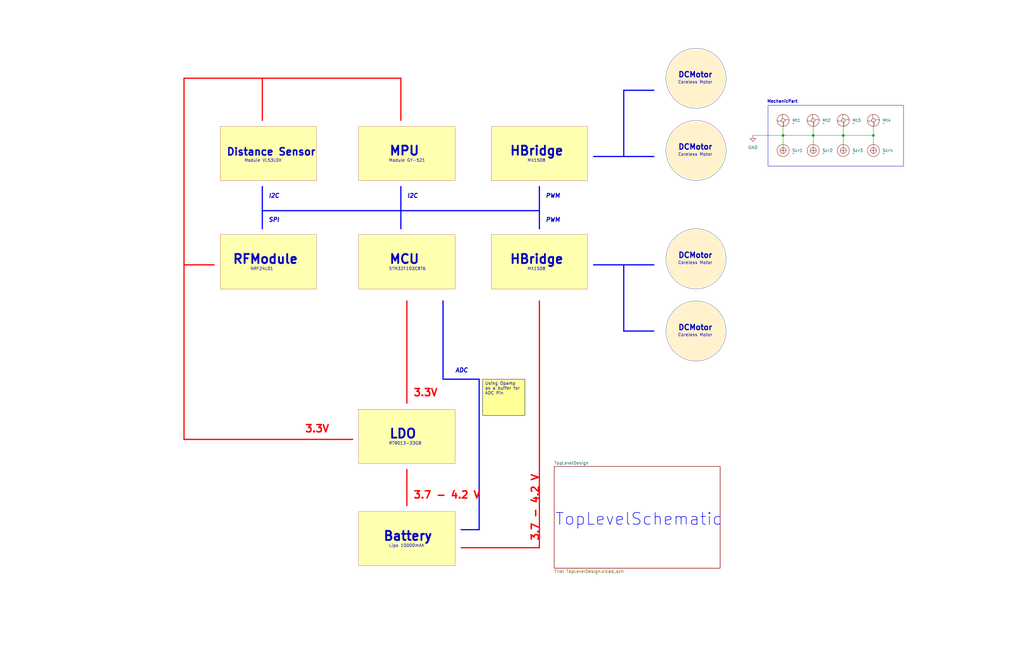
<source format=kicad_sch>
(kicad_sch (version 20250114) (generator "eeschema") (generator_version "9.0")
  (paper "B")
  (lib_symbols
    (symbol "Motor_ScrewsHole:720DCMotor"
      (property "Reference" "Mt" (at 0 5.08 0))
      (symbol "720DCMotor_0_1"
        (arc (start -0.762 0) (mid -1.651 -0.3682) (end -2.54 0))
        (arc (start 0 -0.762) (mid 0.3682 -1.651) (end 0 -2.54))
        (circle (center 0 0) (radius 0.762))
        (circle (center 0 0) (radius 2.54))
        (arc (start 0 0.762) (mid -0.3682 1.651) (end 0 2.54))
        (arc (start 0.762 0) (mid 1.651 0.3682) (end 2.54 0))
      )
      (symbol "720DCMotor_1_1"
        (pin passive line (at 0 0 0) (length 0) (hide yes) (name "GND") (number "GND"))
      )
    )
    (symbol "Motor_ScrewsHole:ScrewM2"
      (property "Reference" "Scr" (at 0 3.556 0))
      (symbol "ScrewM2_0_1"
        (polyline (pts (xy 0 0) (xy -1.27 0)))
        (polyline (pts (xy 0 0) (xy 0 1.27)))
        (polyline (pts (xy 0 0) (xy 0 -1.27)))
        (polyline (pts (xy 0 0) (xy 1.27 0)))
        (circle (center 0 0) (radius 1.27))
        (circle (center 0 0) (radius 2.54))
      )
    )
    (symbol "power:GND" (power) (pin_numbers (hide yes)) (pin_names (offset 0) (hide yes))
      (property "Value" "GND" (at 0 -3.81 0))
      (symbol "GND_0_1"
        (polyline (pts (xy 0 0) (xy 0 -1.27) (xy 1.27 -1.27) (xy 0 -2.54) (xy -1.27 -1.27) (xy 0 -1.27)))
      )
      (symbol "GND_1_1"
        (pin power_in line (at 0 0 270) (length 0) (name "~") (number "1"))
      )
    )
  )
  (circle (center 293.497 139.7) (radius 12.7) (stroke (width 0.0001)) (fill (type color) (color 255 242 204 1)))
  (rectangle (start 247.777 53.34) (end 207.137 76.2) (stroke (width 0.0254) (color 128 0 0 1)) (fill (type color) (color 255 255 176 1)))
  (rectangle (start 247.777 99.06) (end 207.137 121.92) (stroke (width 0.0254) (color 128 0 0 1)) (fill (type color) (color 255 255 176 1)))
  (circle (center 293.497 33.02) (radius 12.7) (stroke (width 0.0001)) (fill (type color) (color 255 242 204 1)))
  (rectangle (start 133.477 99.06) (end 92.837 121.92) (stroke (width 0.0254) (color 128 0 0 1)) (fill (type color) (color 255 255 176 1)))
  (rectangle (start 191.897 99.06) (end 151.257 121.92) (stroke (width 0.0254) (color 128 0 0 1)) (fill (type color) (color 255 255 176 1)))
  (circle (center 293.497 63.5) (radius 12.7) (stroke (width 0.0001)) (fill (type color) (color 255 242 204 1)))
  (rectangle (start 191.897 172.72) (end 151.257 195.58) (stroke (width 0.0254) (color 128 0 0 1)) (fill (type color) (color 255 255 176 1)))
  (rectangle (start 191.897 215.9) (end 151.257 238.76) (stroke (width 0.0254) (color 128 0 0 1)) (fill (type color) (color 255 255 176 1)))
  (rectangle (start 92.837 53.34) (end 133.477 76.2) (stroke (width 0.0254) (color 128 0 0 1)) (fill (type color) (color 255 255 176 1)))
  (rectangle (start 151.257 53.34) (end 191.897 76.2) (stroke (width 0.0254) (color 128 0 0 1)) (fill (type color) (color 255 255 176 1)))
  (rectangle (start 323.85 44.45) (end 381 70.104))
  (circle (center 293.497 109.22) (radius 12.7) (stroke (width 0.0001)) (fill (type color) (color 255 242 204 1)))
  (text "DCMotor" (at 285.877 63.5 0) (effects (font (size 2.286 2.286) (thickness 0.4572) (bold yes)) (justify left bottom)))
  (text "I2C" (at 171.577 83.82 0) (effects (font (size 1.778 1.778) (thickness 0.3556) (bold yes) (italic yes)) (justify left bottom)))
  (text "3.7 - 4.2 V" (at 174.117 210.82 0) (effects (font (size 3.048 3.048) (thickness 0.6096) (bold yes)) (justify left bottom)))
  (text "Module VL53L0X" (at 102.997 68.58 0) (effects (font (size 1.27 1.27)) (justify left bottom)))
  (text "LDO" (at 163.957 185.42 0) (effects (font (size 3.81 3.81) (thickness 0.762) (bold yes)) (justify left bottom)))
  (text "3.7 - 4.2 V" (at 227.457 228.6 90) (effects (font (size 3.048 3.048) (thickness 0.6096) (bold yes)) (justify left bottom)))
  (text "3.3V" (at 174.117 167.64 0) (effects (font (size 3.048 3.048) (thickness 0.6096) (bold yes)) (justify left bottom)))
  (text "I2C" (at 113.157 83.82 0) (effects (font (size 1.778 1.778) (thickness 0.3556) (bold yes) (italic yes)) (justify left bottom)))
  (text "MechanicPart\n" (at 329.946 42.926 0) (effects (font (size 1.27 1.27) (thickness 0.254) (bold yes))))
  (text "Coreless Motor" (at 285.877 142.24 0) (effects (font (size 1.27 1.27)) (justify left bottom)))
  (text "Battery" (at 161.417 228.6 0) (effects (font (size 3.81 3.81) (thickness 0.762) (bold yes)) (justify left bottom)))
  (text "DCMotor" (at 285.877 139.7 0) (effects (font (size 2.286 2.286) (thickness 0.4572) (bold yes)) (justify left bottom)))
  (text "SPI" (at 113.157 93.98 0) (effects (font (size 1.778 1.778) (thickness 0.3556) (bold yes) (italic yes)) (justify left bottom)))
  (text "PWM" (at 229.997 83.82 0) (effects (font (size 1.778 1.778) (thickness 0.3556) (bold yes) (italic yes)) (justify left bottom)))
  (text "MCU" (at 163.957 111.76 0) (effects (font (size 3.81 3.81) (thickness 0.762) (bold yes)) (justify left bottom)))
  (text "STM32F103C8T6" (at 163.957 114.3 0) (effects (font (size 1.27 1.27)) (justify left bottom)))
  (text "Coreless Motor" (at 285.877 66.04 0) (effects (font (size 1.27 1.27)) (justify left bottom)))
  (text "TopLevelSchematic" (at 269.367 219.202 0) (effects (font (size 5 5) (thickness 0.254) (bold yes))))
  (text "NRF24L01" (at 105.537 114.3 0) (effects (font (size 1.27 1.27)) (justify left bottom)))
  (text "PWM" (at 229.997 93.98 0) (effects (font (size 1.778 1.778) (thickness 0.3556) (bold yes) (italic yes)) (justify left bottom)))
  (text "3.3V" (at 128.397 182.88 0) (effects (font (size 3.048 3.048) (thickness 0.6096) (bold yes)) (justify left bottom)))
  (text "Coreless Motor" (at 285.877 111.76 0) (effects (font (size 1.27 1.27)) (justify left bottom)))
  (text "RFModule" (at 97.917 111.76 0) (effects (font (size 3.81 3.81) (thickness 0.762) (bold yes)) (justify left bottom)))
  (text "DCMotor" (at 285.877 33.02 0) (effects (font (size 2.286 2.286) (thickness 0.4572) (bold yes)) (justify left bottom)))
  (text "ADC" (at 191.897 157.48 0) (effects (font (size 1.778 1.778) (thickness 0.3556) (bold yes) (italic yes)) (justify left bottom)))
  (text "DCMotor" (at 285.877 109.22 0) (effects (font (size 2.286 2.286) (thickness 0.4572) (bold yes)) (justify left bottom)))
  (text "Module GY-521" (at 163.957 68.58 0) (effects (font (size 1.27 1.27)) (justify left bottom)))
  (text "Coreless Motor" (at 285.877 35.56 0) (effects (font (size 1.27 1.27)) (justify left bottom)))
  (text "MX1508" (at 222.377 68.58 0) (effects (font (size 1.27 1.27)) (justify left bottom)))
  (text "MPU" (at 163.957 66.04 0) (effects (font (size 3.81 3.81) (thickness 0.762) (bold yes)) (justify left bottom)))
  (text "HBridge" (at 214.757 111.76 0) (effects (font (size 3.81 3.81) (thickness 0.762) (bold yes)) (justify left bottom)))
  (text "HBridge" (at 214.757 66.04 0) (effects (font (size 3.81 3.81) (thickness 0.762) (bold yes)) (justify left bottom)))
  (text "Distance Sensor" (at 95.377 66.04 0) (effects (font (size 3.048 3.048) (thickness 0.6096) (bold yes)) (justify left bottom)))
  (text "RT9013-33GB" (at 163.957 187.96 0) (effects (font (size 1.27 1.27)) (justify left bottom)))
  (text "Lipo 10000mAh" (at 163.957 231.14 0) (effects (font (size 1.27 1.27)) (justify left bottom)))
  (text "MX1508" (at 222.377 114.3 0) (effects (font (size 1.27 1.27)) (justify left bottom)))
  (text_box "Using Opamp as a buffer for ADC Pin" (at 203.581 160.02 0) (size 17.78 15.24) (margins 0.9525 0.9525 0.9525 0.9525) (stroke (width 0) (color 0 0 0 1)) (fill (type color) (color 255 255 150 1)) (effects (font (size 1.27 1.27)) (justify left top)))
  (junction (at 342.9 57.15))
  (junction (at 368.3 57.15))
  (junction (at 330.2 57.15))
  (junction (at 355.6 57.15))
  (polyline (pts (xy 171.577 213.36) (xy 171.577 198.12)) (stroke (width 0.508) (type solid) (color 255 0 0 1)))
  (polyline (pts (xy 263.017 66.04) (xy 263.017 38.1)) (stroke (width 0.508) (type solid) (color 0 0 255 1)))
  (wire (pts (xy 368.3 50.8) (xy 368.3 57.15)))
  (polyline (pts (xy 186.817 160.02) (xy 186.817 127)) (stroke (width 0.508) (type solid) (color 0 0 255 1)))
  (wire (pts (xy 330.2 57.15) (xy 317.5 57.15)))
  (polyline (pts (xy 171.577 170.18) (xy 171.577 127)) (stroke (width 0.508) (type solid) (color 255 0 0 1)))
  (wire (pts (xy 355.6 57.15) (xy 342.9 57.15)))
  (polyline (pts (xy 110.617 88.9) (xy 110.617 96.52)) (stroke (width 0.508) (type solid) (color 0 0 255 1)))
  (wire (pts (xy 342.9 50.8) (xy 342.9 57.15)))
  (polyline (pts (xy 110.617 33.02) (xy 110.617 50.8)) (stroke (width 0.508) (type solid) (color 255 0 0 1)))
  (wire (pts (xy 342.9 57.15) (xy 330.2 57.15)))
  (wire (pts (xy 368.3 57.15) (xy 355.6 57.15)))
  (polyline (pts (xy 169.037 88.9) (xy 227.457 88.9)) (stroke (width 0.508) (type solid) (color 0 0 255 1)))
  (polyline (pts (xy 110.617 88.9) (xy 110.617 78.74)) (stroke (width 0.508) (type solid) (color 0 0 255 1)))
  (polyline (pts (xy 263.017 111.76) (xy 263.017 139.7)) (stroke (width 0.508) (type solid) (color 0 0 255 1)))
  (polyline (pts (xy 227.457 88.9) (xy 227.457 96.52)) (stroke (width 0.508) (type solid) (color 0 0 255 1)))
  (polyline (pts (xy 194.437 231.14) (xy 227.457 231.14)) (stroke (width 0.508) (type solid) (color 255 0 0 1)))
  (polyline (pts (xy 202.057 223.52) (xy 202.057 160.02)) (stroke (width 0.508) (type solid) (color 0 0 255 1)))
  (polyline (pts (xy 169.037 33.02) (xy 169.037 50.8)) (stroke (width 0.508) (type solid) (color 255 0 0 1)))
  (polyline (pts (xy 169.037 96.52) (xy 169.037 78.74)) (stroke (width 0.508) (type solid) (color 0 0 255 1)))
  (polyline (pts (xy 263.017 38.1) (xy 275.717 38.1)) (stroke (width 0.508) (type solid) (color 0 0 255 1)))
  (polyline (pts (xy 250.317 111.76) (xy 275.717 111.76)) (stroke (width 0.508) (type solid) (color 0 0 255 1)))
  (wire (pts (xy 330.2 50.8) (xy 330.2 57.15)))
  (polyline (pts (xy 227.457 231.14) (xy 227.457 127)) (stroke (width 0.508) (type solid) (color 255 0 0 1)))
  (wire (pts (xy 330.2 57.15) (xy 330.2 63.5)))
  (polyline (pts (xy 202.057 160.02) (xy 186.817 160.02)) (stroke (width 0.508) (type solid) (color 0 0 255 1)))
  (polyline (pts (xy 148.717 185.42) (xy 77.597 185.42)) (stroke (width 0.508) (type solid) (color 255 0 0 1)))
  (polyline (pts (xy 77.597 185.42) (xy 77.597 33.02)) (stroke (width 0.508) (type solid) (color 255 0 0 1)))
  (polyline (pts (xy 77.597 111.76) (xy 90.297 111.76)) (stroke (width 0.508) (type solid) (color 255 0 0 1)))
  (wire (pts (xy 355.6 57.15) (xy 355.6 63.5)))
  (wire (pts (xy 368.3 57.15) (xy 368.3 63.5)))
  (polyline (pts (xy 227.457 88.9) (xy 227.457 78.74)) (stroke (width 0.508) (type solid) (color 0 0 255 1)))
  (polyline (pts (xy 263.017 139.7) (xy 275.717 139.7)) (stroke (width 0.508) (type solid) (color 0 0 255 1)))
  (polyline (pts (xy 169.037 88.9) (xy 110.617 88.9)) (stroke (width 0.508) (type solid) (color 0 0 255 1)))
  (wire (pts (xy 342.9 57.15) (xy 342.9 63.5)))
  (polyline (pts (xy 194.437 223.52) (xy 202.057 223.52)) (stroke (width 0.508) (type solid) (color 0 0 255 1)))
  (wire (pts (xy 355.6 50.8) (xy 355.6 57.15)))
  (polyline (pts (xy 250.317 66.04) (xy 275.717 66.04)) (stroke (width 0.508) (type solid) (color 0 0 255 1)))
  (polyline (pts (xy 77.597 33.02) (xy 169.037 33.02)) (stroke (width 0.508) (type solid) (color 255 0 0 1)))
  (symbol (lib_id "Motor_ScrewsHole:720DCMotor") (at 342.9 50.8 0) (unit 1)
    (property "Reference" "Mt2" (at 346.71 50.7999 0) (effects (justify left)))
    (property "Value" "~" (at 346.71 52.07 0) (effects (justify left)))
    (property "Footprint" "Motor_Screws:720DCMotor" (effects (hide yes)))
  )
  (symbol (lib_id "Motor_ScrewsHole:720DCMotor") (at 355.6 50.8 0) (unit 1)
    (property "Reference" "Mt3" (at 359.41 50.7999 0) (effects (justify left)))
    (property "Value" "~" (at 359.41 52.07 0) (effects (justify left)))
    (property "Footprint" "Motor_Screws:720DCMotor" (effects (hide yes)))
  )
  (symbol (lib_id "Motor_ScrewsHole:ScrewM2") (at 368.3 63.5 0) (unit 1)
    (property "Reference" "Scr4" (at 372.11 63.4999 0) (effects (justify left)))
    (property "Value" "~" (at 372.11 64.77 0) (effects (justify left)))
    (property "Footprint" "Motor_Screws:ScrewM2" (effects (hide yes)))
  )
  (symbol (lib_id "Motor_ScrewsHole:ScrewM2") (at 355.6 63.5 0) (unit 1)
    (property "Reference" "Scr3" (at 359.41 63.4999 0) (effects (justify left)))
    (property "Value" "~" (at 359.41 64.77 0) (effects (justify left)))
    (property "Footprint" "Motor_Screws:ScrewM2" (effects (hide yes)))
  )
  (symbol (lib_id "Motor_ScrewsHole:ScrewM2") (at 342.9 63.5 0) (unit 1)
    (property "Reference" "Scr2" (at 346.71 63.4999 0) (effects (justify left)))
    (property "Value" "~" (at 346.71 64.77 0) (effects (justify left)))
    (property "Footprint" "Motor_Screws:ScrewM2" (effects (hide yes)))
  )
  (symbol (lib_id "power:GND") (at 317.5 57.15 0) (unit 1)
    (property "Reference" "#PWR042" (effects (hide yes)))
    (property "Value" "GND" (at 317.5 62.23 0))
    (property "Description" "Power symbol creates a global label with name \"GND\" , ground" (effects (hide yes)))
  )
  (symbol (lib_id "Motor_ScrewsHole:720DCMotor") (at 368.3 50.8 0) (unit 1)
    (property "Reference" "Mt4" (at 372.11 50.7999 0) (effects (justify left)))
    (property "Value" "~" (at 372.11 52.07 0) (effects (justify left)))
    (property "Footprint" "Motor_Screws:720DCMotor" (effects (hide yes)))
  )
  (symbol (lib_id "Motor_ScrewsHole:ScrewM2") (at 330.2 63.5 0) (unit 1)
    (property "Reference" "Scr1" (at 334.01 63.4999 0) (effects (justify left)))
    (property "Value" "~" (at 334.01 64.77 0) (effects (justify left)))
    (property "Footprint" "Motor_Screws:ScrewM2" (effects (hide yes)))
  )
  (symbol (lib_id "Motor_ScrewsHole:720DCMotor") (at 330.2 50.8 0) (unit 1)
    (property "Reference" "Mt1" (at 334.01 50.7999 0) (effects (justify left)))
    (property "Value" "~" (at 334.01 52.07 0) (effects (justify left)))
    (property "Footprint" "Motor_Screws:720DCMotor" (effects (hide yes)))
  )
  (sheet (at 233.68 196.85) (size 69.977 42.926) (stroke (width 0.1524))
    (property "Sheetname" "TopLevelDesign" (at 233.68 196.1384 0) (effects (justify left bottom)))
    (property "Sheetfile" "TopLevelDesign.kicad_sch" (at 233.68 240.3606 0) (effects (justify left top)))
  )
)
</source>
